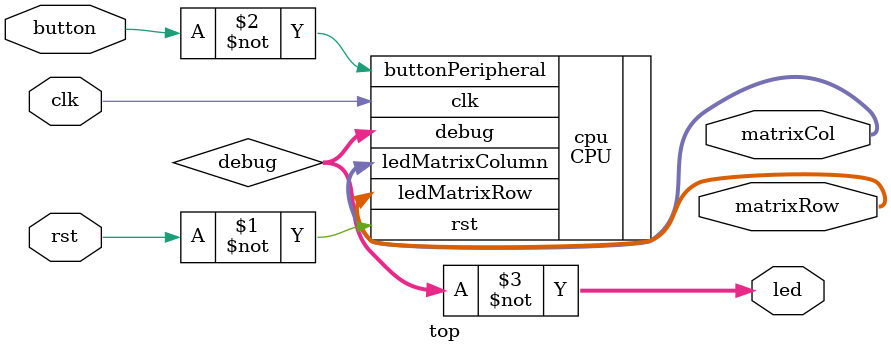
<source format=v>
module top
(
  input clk,
  input rst,

  // Peripheral
  input button,
  output [5:0] led,
  output [7:0] matrixRow,
  output [7:0] matrixCol
);
wire [5:0] debug;

CPU cpu(
  .clk(clk),
  .rst(~rst),
  .buttonPeripheral(~button),
  .debug(debug),
  .ledMatrixRow(matrixRow),
  .ledMatrixColumn(matrixCol)
);

localparam WAIT_TIME = 1350000;
reg slowerClk = 0;
reg [25:0] clockCounter = 0;

assign led = ~debug[5:0];

always @(posedge clk) begin
  clockCounter <= clockCounter + 1;
  if (clockCounter == WAIT_TIME) begin
    clockCounter <= 0;
    slowerClk <= ~slowerClk;   
  end
end

endmodule

</source>
